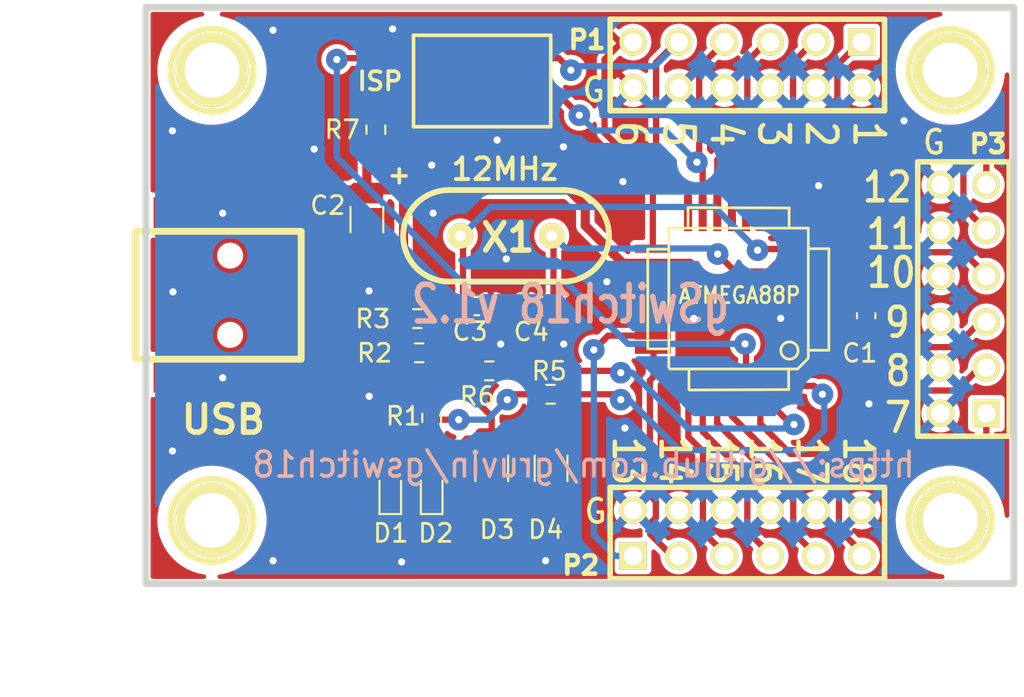
<source format=kicad_pcb>
(kicad_pcb (version 20211014) (generator pcbnew)
  (title_block (title "gswitch18") (date "2022-04-25") (rev "1.2") (company "https://github.com/gruvin/gswitch18"))
  (layers (0 "F.Cu" signal "Front") (31 "B.Cu" signal "Back") (34 "B.Paste" user) (35 "F.Paste" user) (36 "B.SilkS" user "B.Silkscreen") (37 "F.SilkS" user "F.Silkscreen") (38 "B.Mask" user) (39 "F.Mask" user) (44 "Edge.Cuts" user))
  (net 0 "")
  (net 1 "+5V")
  (net 2 "/D+")
  (net 3 "/D-")
  (net 4 "/MISO")
  (net 5 "/MOSI")
  (net 6 "/RESET")
  (net 7 "/SCK")
  (net 8 "/SW01")
  (net 9 "/SW02")
  (net 10 "/SW03")
  (net 11 "/SW07")
  (net 12 "/SW08")
  (net 13 "/SW09")
  (net 14 "/SW10")
  (net 15 "/SW11")
  (net 16 "/SW12")
  (net 17 "/SW13")
  (net 18 "/SW14")
  (net 19 "/SW15")
  (net 20 "/SW16")
  (net 21 "/SW17")
  (net 22 "/SW18")
  (net 23 "GND")
  (net 24 "N-000003")
  (net 25 "N-000008")
  (net 26 "N-000010")
  (net 27 "N-000028")
  (net 28 "N-000029")
  (net 29 "N-000030")
  (footprint "TQFP32" (layer "F.Cu") (at 108.89996 66.99758 180)
    (fp_text reference "IC1" hide)
    (fp_text value "ATMEGA88P" (at -0.06858 0.20828 180) (layer "F.SilkS") (effects (font (size 0.89916 0.8001) (thickness 0.14986))))
    (pad "1" smd rect (at -4.81584 -2.82448 180) (size 1.99898 0.44958) (layers "F.Cu" "F.Paste" "F.Mask") (net 12 "/SW08"))
    (pad "2" smd rect (at -4.81584 -2.02438 180) (size 1.99898 0.44958) (layers "F.Cu" "F.Paste" "F.Mask") (net 13 "/SW09"))
    (pad "3" smd rect (at -4.81584 -1.22428 180) (size 1.99898 0.44958) (layers "F.Cu" "F.Paste" "F.Mask") (net 23 "GND"))
    (pad "4" smd rect (at -4.81584 -0.42418 180) (size 1.99898 0.44958) (layers "F.Cu" "F.Paste" "F.Mask") (net 1 "+5V"))
    (pad "5" smd rect (at -4.81584 0.37592 180) (size 1.99898 0.44958) (layers "F.Cu" "F.Paste" "F.Mask") (net 23 "GND"))
    (pad "6" smd rect (at -4.81584 1.17602 180) (size 1.99898 0.44958) (layers "F.Cu" "F.Paste" "F.Mask") (net 1 "+5V"))
    (pad "7" smd rect (at -4.81584 1.97612 180) (size 1.99898 0.44958) (layers "F.Cu" "F.Paste" "F.Mask") (net 29 "N-000030"))
    (pad "8" smd rect (at -4.81584 2.77622 180) (size 1.99898 0.44958) (layers "F.Cu" "F.Paste" "F.Mask") (net 24 "N-000003"))
    (pad "9" smd rect (at -2.8194 4.7752 180) (size 0.44958 1.99898) (layers "F.Cu" "F.Paste" "F.Mask") (net 14 "/SW10"))
    (pad "10" smd rect (at -2.032 4.7752 180) (size 0.44958 1.99898) (layers "F.Cu" "F.Paste" "F.Mask") (net 15 "/SW11"))
    (pad "11" smd rect (at -1.2192 4.7752 180) (size 0.44958 1.99898) (layers "F.Cu" "F.Paste" "F.Mask") (net 16 "/SW12"))
    (pad "12" smd rect (at -0.4318 4.7752 180) (size 0.44958 1.99898) (layers "F.Cu" "F.Paste" "F.Mask") (net 8 "/SW01"))
    (pad "13" smd rect (at 0.3556 4.7752 180) (size 0.44958 1.99898) (layers "F.Cu" "F.Paste" "F.Mask") (net 9 "/SW02"))
    (pad "14" smd rect (at 1.1684 4.7752 180) (size 0.44958 1.99898) (layers "F.Cu" "F.Paste" "F.Mask") (net 10 "/SW03"))
    (pad "15" smd rect (at 1.9812 4.7752 180) (size 0.44958 1.99898) (layers "F.Cu" "F.Paste" "F.Mask") (net 5 "/MOSI"))
    (pad "16" smd rect (at 2.794 4.7752 180) (size 0.44958 1.99898) (layers "F.Cu" "F.Paste" "F.Mask") (net 4 "/MISO"))
    (pad "17" smd rect (at 4.7498 2.794 180) (size 1.99898 0.44958) (layers "F.Cu" "F.Paste" "F.Mask") (net 7 "/SCK"))
    (pad "18" smd rect (at 4.7498 1.9812 180) (size 1.99898 0.44958) (layers "F.Cu" "F.Paste" "F.Mask") (net 1 "+5V"))
    (pad "19" smd rect (at 4.7498 1.1684 180) (size 1.99898 0.44958) (layers "F.Cu" "F.Paste" "F.Mask"))
    (pad "20" smd rect (at 4.7498 0.381 180) (size 1.99898 0.44958) (layers "F.Cu" "F.Paste" "F.Mask"))
    (pad "21" smd rect (at 4.7498 -0.4318 180) (size 1.99898 0.44958) (layers "F.Cu" "F.Paste" "F.Mask") (net 23 "GND"))
    (pad "22" smd rect (at 4.7498 -1.2192 180) (size 1.99898 0.44958) (layers "F.Cu" "F.Paste" "F.Mask"))
    (pad "23" smd rect (at 4.7498 -2.032 180) (size 1.99898 0.44958) (layers "F.Cu" "F.Paste" "F.Mask") (net 17 "/SW13"))
    (pad "24" smd rect (at 4.7498 -2.8194 180) (size 1.99898 0.44958) (layers "F.Cu" "F.Paste" "F.Mask") (net 18 "/SW14"))
    (pad "25" smd rect (at 2.77368 -4.826 180) (size 0.44958 1.99898) (layers "F.Cu" "F.Paste" "F.Mask") (net 19 "/SW15"))
    (pad "26" smd rect (at 1.97612 -4.826 180) (size 0.44958 1.99898) (layers "F.Cu" "F.Paste" "F.Mask") (net 20 "/SW16"))
    (pad "27" smd rect (at 1.17348 -4.826 180) (size 0.44958 1.99898) (layers "F.Cu" "F.Paste" "F.Mask") (net 21 "/SW17"))
    (pad "28" smd rect (at 0.37592 -4.826 180) (size 0.44958 1.99898) (layers "F.Cu" "F.Paste" "F.Mask") (net 22 "/SW18"))
    (pad "29" smd rect (at -0.42672 -4.826 180) (size 0.44958 1.99898) (layers "F.Cu" "F.Paste" "F.Mask") (net 6 "/RESET"))
    (pad "30" smd rect (at -1.22428 -4.826 180) (size 0.44958 1.99898) (layers "F.Cu" "F.Paste" "F.Mask") (net 11 "/SW07"))
    (pad "31" smd rect (at -2.02692 -4.826 180) (size 0.44958 1.99898) (layers "F.Cu" "F.Paste" "F.Mask") (net 3 "/D-"))
    (pad "32" smd rect (at -2.82448 -4.826 180) (size 0.44958 1.99898) (layers "F.Cu" "F.Paste" "F.Mask") (net 2 "/D+"))
  )
  (footprint "Capacitor_SMD:C_1206_3216Metric" (layer "F.Cu") (at 88.27008 62.58814 -90)
    (fp_text reference "C2" (at -0.78814 2.17008) (layer "F.SilkS"))
    (fp_text value "22u")
    (pad "1" smd roundrect (at -1.475 0 270) (size 1.15 1.8) (layers "F.Cu" "F.Paste" "F.Mask") (roundrect_rratio 0.217391) (net 1 "+5V"))
    (pad "2" smd roundrect (at 1.475 0 270) (size 1.15 1.8) (layers "F.Cu" "F.Paste" "F.Mask") (roundrect_rratio 0.217391) (net 23 "GND"))
  )
  (footprint "Capacitor_SMD:C_0603_1608Metric" (layer "F.Cu") (at 116 67.925 -90)
    (fp_text reference "C1" (at 2.0788 0.3558) (layer "F.SilkS"))
    (fp_text value "0u1")
    (pad "1" smd roundrect (at -0.775 0 270) (size 0.9 0.95) (layers "F.Cu" "F.Paste" "F.Mask") (net 1 "+5V"))
    (pad "2" smd roundrect (at 0.775 0 270) (size 0.9 0.95) (layers "F.Cu" "F.Paste" "F.Mask") (net 23 "GND"))
  )
  (footprint "Capacitor_SMD:C_0603_1608Metric" (layer "F.Cu") (at 94.37116 67.38874)
    (fp_text reference "C3" (at -0.37116 1.41126) (layer "F.SilkS"))
    (fp_text value "18p")
    (pad "1" smd roundrect (at -0.775 0) (size 0.9 0.95) (layers "F.Cu" "F.Paste" "F.Mask") (net 24 "N-000003"))
    (pad "2" smd roundrect (at 0.775 0) (size 0.9 0.95) (layers "F.Cu" "F.Paste" "F.Mask") (net 23 "GND"))
  )
  (footprint "Capacitor_SMD:C_0603_1608Metric" (layer "F.Cu") (at 97.87128 67.38874 180)
    (fp_text reference "C4" (at 0.47128 -1.43 180) (layer "F.SilkS"))
    (fp_text value "18p")
    (pad "1" smd roundrect (at -0.775 0 180) (size 0.9 0.95) (layers "F.Cu" "F.Paste" "F.Mask") (net 29 "N-000030"))
    (pad "2" smd roundrect (at 0.775 0 180) (size 0.9 0.95) (layers "F.Cu" "F.Paste" "F.Mask") (net 23 "GND"))
  )
  (footprint "Diode_SMD:D_SOD-523" (layer "F.Cu") (at 89.57056 77.79004 90)
    (fp_text reference "D1" (at -2.20996 0.02944 180) (layer "F.SilkS"))
    (fp_text value "Sctky")
    (pad "1" smd rect (at -0.7 0 270) (size 0.6 0.7) (layers "F.Cu" "F.Paste" "F.Mask") (net 23 "GND"))
    (pad "2" smd rect (at 0.7 0 270) (size 0.6 0.7) (layers "F.Cu" "F.Paste" "F.Mask") (net 25 "N-000008"))
  )
  (footprint "Diode_SMD:D_SOD-523" (layer "F.Cu") (at 91.86926 77.79004 90)
    (fp_text reference "D2" (at -2.20996 0.23074 180) (layer "F.SilkS"))
    (fp_text value "Sctky")
    (pad "1" smd rect (at -0.7 0 270) (size 0.6 0.7) (layers "F.Cu" "F.Paste" "F.Mask") (net 23 "GND"))
    (pad "2" smd rect (at 0.7 0 270) (size 0.6 0.7) (layers "F.Cu" "F.Paste" "F.Mask") (net 28 "N-000029"))
  )
  (footprint "Resistor_SMD:R_0603_1608Metric" (layer "F.Cu") (at 88.77046 57.58942 90)
    (fp_text reference "R7" (at 0 -1.87046 180) (layer "F.SilkS"))
    (fp_text value "5K6")
    (pad "1" smd roundrect (at -0.825 0 90) (size 0.8 0.95) (layers "F.Cu" "F.Paste" "F.Mask") (net 1 "+5V"))
    (pad "2" smd roundrect (at 0.825 0 90) (size 0.8 0.95) (layers "F.Cu" "F.Paste" "F.Mask") (net 6 "/RESET"))
  )
  (footprint "Resistor_SMD:R_0603_1608Metric" (layer "F.Cu") (at 95.06966 70.98792 180)
    (fp_text reference "R6" (at 0.66966 -1.41208 180) (layer "F.SilkS"))
    (fp_text value "47R")
    (pad "1" smd roundrect (at -0.825 0 180) (size 0.8 0.95) (layers "F.Cu" "F.Paste" "F.Mask") (net 3 "/D-"))
    (pad "2" smd roundrect (at 0.825 0 180) (size 0.8 0.95) (layers "F.Cu" "F.Paste" "F.Mask") (net 28 "N-000029"))
  )
  (footprint "Resistor_SMD:R_0603_1608Metric" (layer "F.Cu") (at 98.47072 72.2884 180)
    (fp_text reference "R5" (at 0.07072 1.2884 180) (layer "F.SilkS"))
    (fp_text value "47R")
    (pad "1" smd roundrect (at -0.825 0 180) (size 0.8 0.95) (layers "F.Cu" "F.Paste" "F.Mask") (net 2 "/D+"))
    (pad "2" smd roundrect (at 0.825 0 180) (size 0.8 0.95) (layers "F.Cu" "F.Paste" "F.Mask") (net 25 "N-000008"))
  )
  (footprint "Resistor_SMD:R_0603_1608Metric" (layer "F.Cu") (at 91.06916 68.08724)
    (fp_text reference "R3" (at -2.46916 0.01276) (layer "F.SilkS"))
    (fp_text value "3K9")
    (pad "1" smd roundrect (at -0.825 0) (size 0.8 0.95) (layers "F.Cu" "F.Paste" "F.Mask") (net 1 "+5V"))
    (pad "2" smd roundrect (at 0.825 0) (size 0.8 0.95) (layers "F.Cu" "F.Paste" "F.Mask") (net 28 "N-000029"))
  )
  (footprint "Resistor_SMD:R_0603_1608Metric" (layer "F.Cu") (at 91.86926 73.58888 90)
    (fp_text reference "R1" (at 0.08888 -1.56926 180) (layer "F.SilkS"))
    (fp_text value "27R")
    (pad "1" smd roundrect (at -0.825 0 90) (size 0.8 0.95) (layers "F.Cu" "F.Paste" "F.Mask") (net 25 "N-000008"))
    (pad "2" smd roundrect (at 0.825 0 90) (size 0.8 0.95) (layers "F.Cu" "F.Paste" "F.Mask") (net 26 "N-000010"))
  )
  (footprint "Resistor_SMD:R_0603_1608Metric" (layer "F.Cu") (at 91.17076 69.98716 180)
    (fp_text reference "R2" (at 2.47076 -0.01284 180) (layer "F.SilkS"))
    (fp_text value "27R")
    (pad "1" smd roundrect (at -0.825 0 180) (size 0.8 0.95) (layers "F.Cu" "F.Paste" "F.Mask") (net 28 "N-000029"))
    (pad "2" smd roundrect (at 0.825 0 180) (size 0.8 0.95) (layers "F.Cu" "F.Paste" "F.Mask") (net 27 "N-000028"))
  )
  (footprint "pin_array_6x2" (layer "F.Cu") (at 121.40184 66.99758 90)
    (fp_text reference "P3" (at 8.60806 1.36652 180) (layer "F.SilkS") (effects (font (size 1.016 1.016) (thickness 0.254))))
    (fp_text value "CONN_6X2" hide)
    (pad "1" thru_hole rect (at -6.35 1.27 90) (size 1.524 1.524) (drill 1.016) (layers *.Cu *.Mask "F.SilkS") (net 11 "/SW07"))
    (pad "2" thru_hole circle (at -6.35 -1.27 90) (size 1.524 1.524) (drill 1.016) (layers *.Cu *.Mask "F.SilkS") (net 23 "GND"))
    (pad "3" thru_hole circle (at -3.81 1.27 90) (size 1.524 1.524) (drill 1.016) (layers *.Cu *.Mask "F.SilkS") (net 12 "/SW08"))
    (pad "4" thru_hole circle (at -3.81 -1.27 90) (size 1.524 1.524) (drill 1.016) (layers *.Cu *.Mask "F.SilkS") (net 23 "GND"))
    (pad "5" thru_hole circle (at -1.27 1.27 90) (size 1.524 1.524) (drill 1.016) (layers *.Cu *.Mask "F.SilkS") (net 13 "/SW09"))
    (pad "6" thru_hole circle (at -1.27 -1.27 90) (size 1.524 1.524) (drill 1.016) (layers *.Cu *.Mask "F.SilkS") (net 23 "GND"))
    (pad "7" thru_hole circle (at 1.27 1.27 90) (size 1.524 1.524) (drill 1.016) (layers *.Cu *.Mask "F.SilkS") (net 14 "/SW10"))
    (pad "8" thru_hole circle (at 1.27 -1.27 90) (size 1.524 1.524) (drill 1.016) (layers *.Cu *.Mask "F.SilkS") (net 23 "GND"))
    (pad "9" thru_hole circle (at 3.81 1.27 90) (size 1.524 1.524) (drill 1.016) (layers *.Cu *.Mask "F.SilkS") (net 15 "/SW11"))
    (pad "10" thru_hole circle (at 3.81 -1.27 90) (size 1.524 1.524) (drill 1.016) (layers *.Cu *.Mask "F.SilkS") (net 23 "GND"))
    (pad "11" thru_hole circle (at 6.35 1.27 90) (size 1.524 1.524) (drill 1.016) (layers *.Cu *.Mask "F.SilkS") (net 16 "/SW12"))
    (pad "12" thru_hole circle (at 6.35 -1.27 90) (size 1.524 1.524) (drill 1.016) (layers *.Cu *.Mask "F.SilkS") (net 23 "GND"))
  )
  (footprint "pin_array_6x2" (layer "F.Cu") (at 109.40034 79.9973)
    (fp_text reference "P2" (at -9.24814 1.79324) (layer "F.SilkS") (effects (font (size 1.016 1.016) (thickness 0.254))))
    (fp_text value "CONN_6X2" hide)
    (pad "1" thru_hole rect (at -6.35 1.27) (size 1.524 1.524) (drill 1.016) (layers *.Cu *.Mask "F.SilkS") (net 17 "/SW13"))
    (pad "2" thru_hole circle (at -6.35 -1.27) (size 1.524 1.524) (drill 1.016) (layers *.Cu *.Mask "F.SilkS") (net 23 "GND"))
    (pad "3" thru_hole circle (at -3.81 1.27) (size 1.524 1.524) (drill 1.016) (layers *.Cu *.Mask "F.SilkS") (net 18 "/SW14"))
    (pad "4" thru_hole circle (at -3.81 -1.27) (size 1.524 1.524) (drill 1.016) (layers *.Cu *.Mask "F.SilkS") (net 23 "GND"))
    (pad "5" thru_hole circle (at -1.27 1.27) (size 1.524 1.524) (drill 1.016) (layers *.Cu *.Mask "F.SilkS") (net 19 "/SW15"))
    (pad "6" thru_hole circle (at -1.27 -1.27) (size 1.524 1.524) (drill 1.016) (layers *.Cu *.Mask "F.SilkS") (net 23 "GND"))
    (pad "7" thru_hole circle (at 1.27 1.27) (size 1.524 1.524) (drill 1.016) (layers *.Cu *.Mask "F.SilkS") (net 20 "/SW16"))
    (pad "8" thru_hole circle (at 1.27 -1.27) (size 1.524 1.524) (drill 1.016) (layers *.Cu *.Mask "F.SilkS") (net 23 "GND"))
    (pad "9" thru_hole circle (at 3.81 1.27) (size 1.524 1.524) (drill 1.016) (layers *.Cu *.Mask "F.SilkS") (net 21 "/SW17"))
    (pad "10" thru_hole circle (at 3.81 -1.27) (size 1.524 1.524) (drill 1.016) (layers *.Cu *.Mask "F.SilkS") (net 23 "GND"))
    (pad "11" thru_hole circle (at 6.35 1.27) (size 1.524 1.524) (drill 1.016) (layers *.Cu *.Mask "F.SilkS") (net 22 "/SW18"))
    (pad "12" thru_hole circle (at 6.35 -1.27) (size 1.524 1.524) (drill 1.016) (layers *.Cu *.Mask "F.SilkS") (net 23 "GND"))
  )
  (footprint "pin_array_6x2" (layer "F.Cu") (at 109.40034 53.99786 180)
    (fp_text reference "P1" (at 8.90034 1.39786 180) (layer "F.SilkS") (effects (font (size 1.016 1.016) (thickness 0.254))))
    (fp_text value "CONN_6X2" hide)
    (pad "1" thru_hole rect (at -6.35 1.27 180) (size 1.524 1.524) (drill 1.016) (layers *.Cu *.Mask "F.SilkS") (net 8 "/SW01"))
    (pad "2" thru_hole circle (at -6.35 -1.27 180) (size 1.524 1.524) (drill 1.016) (layers *.Cu *.Mask "F.SilkS") (net 23 "GND"))
    (pad "3" thru_hole circle (at -3.81 1.27 180) (size 1.524 1.524) (drill 1.016) (layers *.Cu *.Mask "F.SilkS") (net 9 "/SW02"))
    (pad "4" thru_hole circle (at -3.81 -1.27 180) (size 1.524 1.524) (drill 1.016) (layers *.Cu *.Mask "F.SilkS") (net 23 "GND"))
    (pad "5" thru_hole circle (at -1.27 1.27 180) (size 1.524 1.524) (drill 1.016) (layers *.Cu *.Mask "F.SilkS") (net 10 "/SW03"))
    (pad "6" thru_hole circle (at -1.27 -1.27 180) (size 1.524 1.524) (drill 1.016) (layers *.Cu *.Mask "F.SilkS") (net 23 "GND"))
    (pad "7" thru_hole circle (at 1.27 1.27 180) (size 1.524 1.524) (drill 1.016) (layers *.Cu *.Mask "F.SilkS") (net 5 "/MOSI"))
    (pad "8" thru_hole circle (at 1.27 -1.27 180) (size 1.524 1.524) (drill 1.016) (layers *.Cu *.Mask "F.SilkS") (net 23 "GND"))
    (pad "9" thru_hole circle (at 3.81 1.27 180) (size 1.524 1.524) (drill 1.016) (layers *.Cu *.Mask "F.SilkS") (net 4 "/MISO"))
    (pad "10" thru_hole circle (at 3.81 -1.27 180) (size 1.524 1.524) (drill 1.016) (layers *.Cu *.Mask "F.SilkS") (net 23 "GND"))
    (pad "11" thru_hole circle (at 6.35 1.27 180) (size 1.524 1.524) (drill 1.016) (layers *.Cu *.Mask "F.SilkS") (net 7 "/SCK"))
    (pad "12" thru_hole circle (at 6.35 -1.27 180) (size 1.524 1.524) (drill 1.016) (layers *.Cu *.Mask "F.SilkS") (net 23 "GND"))
  )
  (footprint "pin_array_3x2" (layer "F.Cu") (at 94.67088 54.8894 180)
    (fp_text reference "P5" hide)
    (fp_text value "ISP" (at 5.67088 -0.0106) (layer "F.SilkS") (effects (font (size 1.016 1.016) (thickness 0.2032))))
    (pad "1" smd rect (at -2.54 1.27 180) (size 1.524 1.524) (layers "F.Cu" "F.Paste" "F.Mask") (net 4 "/MISO"))
    (pad "2" smd circle (at -2.54 -1.27 180) (size 1.524 1.524) (layers "F.Cu" "F.Paste" "F.Mask") (net 1 "+5V"))
    (pad "3" smd circle (at 0 1.27 180) (size 1.524 1.524) (layers "F.Cu" "F.Paste" "F.Mask") (net 7 "/SCK"))
    (pad "4" smd circle (at 0 -1.27 180) (size 1.524 1.524) (layers "F.Cu" "F.Paste" "F.Mask") (net 5 "/MOSI"))
    (pad "5" smd circle (at 2.54 1.27 180) (size 1.524 1.524) (layers "F.Cu" "F.Paste" "F.Mask") (net 6 "/RESET"))
    (pad "6" smd circle (at 2.54 -1.27 180) (size 1.524 1.524) (layers "F.Cu" "F.Paste" "F.Mask") (net 23 "GND"))
  )
  (footprint "HC-49V" (layer "F.Cu") (at 96 63.4873)
    (fp_text reference "X1" (at 0.09906 0.1016) (layer "F.SilkS") (effects (font (size 1.524 1.524) (thickness 0.3048))))
    (fp_text value "12MHz" (at -0.07042 -3.69824) (layer "F.SilkS") (effects (font (size 1.2 1.2) (thickness 0.22098))))
    (pad "1" thru_hole circle (at -2.54 0) (size 1.4224 1.4224) (drill 0.6) (layers *.Cu *.Mask "F.SilkS") (net 24 "N-000003"))
    (pad "2" thru_hole circle (at 2.54 0) (size 1.4224 1.4224) (drill 0.6) (layers *.Cu *.Mask "F.SilkS") (net 29 "N-000030"))
  )
  (footprint "Capacitor_SMD:C_1206_3216Metric_Pad1.33x1.80mm_HandSolder" (layer "F.Cu") (at 95.20174 76.40066 90)
    (fp_text reference "D3" (at -3.39934 0.29826 180) (layer "F.SilkS"))
    (fp_text value "3.6v_Zen")
    (pad "1" smd roundrect (at -1.5625 0 90) (size 1.325 1.8) (layers "F.Cu" "F.Paste" "F.Mask") (roundrect_rratio 0.188679) (net 23 "GND"))
    (pad "2" smd roundrect (at 1.5625 0 90) (size 1.325 1.8) (layers "F.Cu" "F.Paste" "F.Mask") (roundrect_rratio 0.188679) (net 28 "N-000029"))
  )
  (footprint "Capacitor_SMD:C_1206_3216Metric_Pad1.33x1.80mm_HandSolder" (layer "F.Cu") (at 98.5012 76.40066 90)
    (fp_text reference "D4" (at -3.39934 -0.3012 180) (layer "F.SilkS"))
    (fp_text value "3.6v_Zen")
    (pad "1" smd roundrect (at -1.5625 0 90) (size 1.325 1.8) (layers "F.Cu" "F.Paste" "F.Mask") (roundrect_rratio 0.188679) (net 23 "GND"))
    (pad "2" smd roundrect (at 1.5625 0 90) (size 1.325 1.8) (layers "F.Cu" "F.Paste" "F.Mask") (roundrect_rratio 0.188679) (net 25 "N-000008"))
  )
  (footprint "1H6x4" (layer "F.Cu") (at 120.67032 79.28864)
    (fp_text reference "1H6x4" hide)
    (fp_text value "P***" hide)
    (pad "" thru_hole circle (at 0 0) (size 4.064 4.064) (drill 3.048) (layers *.Cu *.Mask "F.SilkS") (clearance 1.00076))
  )
  (footprint "1H6x4" (layer "F.Cu") (at 79.66964 54.28996)
    (fp_text reference "1H6x4" hide)
    (fp_text value "P***" hide)
    (pad "" thru_hole circle (at 0 0) (size 4.064 4.064) (drill 3.048) (layers *.Cu *.Mask "F.SilkS") (clearance 1.00076))
  )
  (footprint "1H6x4" (layer "F.Cu") (at 120.67032 54.28996)
    (fp_text reference "1H6x4" hide)
    (fp_text value "P***" hide)
    (pad "" thru_hole circle (at 0 0) (size 4.064 4.064) (drill 3.048) (layers *.Cu *.Mask "F.SilkS") (clearance 1.00076))
  )
  (footprint "1H6x4" (layer "F.Cu") (at 79.66964 79.28864)
    (fp_text reference "1H6x4" hide)
    (fp_text value "P***" hide)
    (pad "" thru_hole circle (at 0 0) (size 4.064 4.064) (drill 3.048) (layers *.Cu *.Mask "F.SilkS") (clearance 1.00076))
  )
  (footprint "USB-B_mini" (layer "F.Cu") (at 80.67294 66.7893 -90)
    (fp_text reference "P4" hide)
    (fp_text value "USB" (at 6.9107 0.37294) (layer "F.SilkS") (effects (font (size 1.524 1.524) (thickness 0.3048))))
    (pad "" smd rect (at -4.45008 -2.49936 270) (size 1.99898 2.49936) (layers "F.Cu" "F.Paste" "F.Mask"))
    (pad "" smd rect (at 4.39928 2.99974 270) (size 1.99898 2.49936) (layers "F.Cu" "F.Paste" "F.Mask"))
    (pad "" smd rect (at 4.45008 -2.49936 270) (size 1.99898 2.49936) (layers "F.Cu" "F.Paste" "F.Mask"))
    (pad "" thru_hole circle (at -2.19964 0 270) (size 0.89916 0.89916) (drill 0.89916) (layers *.Cu *.Mask "F.SilkS"))
    (pad "" smd rect (at -4.45008 2.99974 270) (size 1.99898 2.49936) (layers "F.Cu" "F.Paste" "F.Mask"))
    (pad "" thru_hole circle (at 2.19964 0 270) (size 0.89916 0.89916) (drill 0.89916) (layers *.Cu *.Mask "F.SilkS"))
    (pad "1" smd rect (at -1.6002 -2.49936 270) (size 0.50038 2.30124) (layers "F.Cu" "F.Paste" "F.Mask") (net 1 "+5V"))
    (pad "2" smd rect (at -0.8001 -2.49936 270) (size 0.50038 2.30124) (layers "F.Cu" "F.Paste" "F.Mask") (net 27 "N-000028"))
    (pad "3" smd rect (at 0 -2.49936 270) (size 0.50038 2.30124) (layers "F.Cu" "F.Paste" "F.Mask") (net 26 "N-000010"))
    (pad "4" smd rect (at 0.8001 -2.49936 270) (size 0.50038 2.30124) (layers "F.Cu" "F.Paste" "F.Mask"))
    (pad "5" smd rect (at 1.6002 -2.49936 270) (size 0.50038 2.30124) (layers "F.Cu" "F.Paste" "F.Mask") (net 23 "GND"))
  )
  (gr_line (start 124.2 50.8) (end 76 50.8) (layer "Edge.Cuts") (width 0.381))
  (gr_line (start 124.2 82.8) (end 124.2 50.8) (layer "Edge.Cuts") (width 0.381))
  (gr_line (start 76 50.8) (end 76 82.8) (layer "Edge.Cuts") (width 0.381))
  (gr_line (start 76 82.8) (end 124.2 82.8) (layer "Edge.Cuts") (width 0.381))
  (gr_text "gSwitch18 v1.2" (at 99.57054 67.28968) (layer "B.SilkS") (effects (font (size 2.032 1.524) (thickness 0.3048)) (justify mirror)))
  (gr_text "https://github.com/gruvin/gswitch18" (at 100.3 76.2) (layer "B.SilkS") (effects (font (size 1.37922 1.28016) (thickness 0.20066)) (justify mirror)))
  (gr_text "7" (at 117.76964 73.58888) (layer "F.SilkS") (effects (font (size 1.6002 1.524) (thickness 0.24892))))
  (gr_text "11" (at 117.36832 63.39078) (layer "F.SilkS") (effects (font (size 1.6002 1.39954) (thickness 0.24892))))
  (gr_text "+" (at 90.0684 60.08878) (layer "F.SilkS") (effects (font (size 1.00076 1.00076) (thickness 0.20066))))
  (gr_text "G" (at 119.76862 58.293) (layer "F.SilkS") (effects (font (size 1.30048 1.19888) (thickness 0.20066))))
  (gr_text "16" (at 110.37062 75.98918 270) (layer "F.SilkS") (effects (font (size 1.6002 1.39954) (thickness 0.24892))))
  (gr_text "13" (at 102.7684 75.98918 270) (layer "F.SilkS") (effects (font (size 1.6002 1.39954) (thickness 0.24892))))
  (gr_text "G" (at 100.86848 55.38978) (layer "F.SilkS") (effects (font (size 1.30048 1.19888) (thickness 0.20066))))
  (gr_text "14" (at 105.36936 75.98918 270) (layer "F.SilkS") (effects (font (size 1.6002 1.39954) (thickness 0.24892))))
  (gr_text "G" (at 100.97008 78.7908) (layer "F.SilkS") (effects (font (size 1.30048 1.19888) (thickness 0.20066))))
  (gr_text "9" (at 117.729 68.3006) (layer "F.SilkS") (effects (font (size 1.6002 1.39954) (thickness 0.24892))))
  (gr_text "1\n2\n3\n4\n5\n6" (at 109.5502 57.8358 270) (layer "F.SilkS") (effects (font (size 1.64084 1.50114) (thickness 0.24892))))
  (gr_text "17" (at 112.96904 75.98918 270) (layer "F.SilkS") (effects (font (size 1.6002 1.39954) (thickness 0.24892))))
  (gr_text "18" (at 115.57 75.98918 270) (layer "F.SilkS") (effects (font (size 1.6002 1.39954) (thickness 0.24892))))
  (gr_text "15" (at 107.97032 75.98918 270) (layer "F.SilkS") (effects (font (size 1.6002 1.39954) (thickness 0.24892))))
  (gr_text "12" (at 117.1702 60.78982) (layer "F.SilkS") (effects (font (size 1.6002 1.39954) (thickness 0.24892))))
  (gr_text "10" (at 117.3988 65.532) (layer "F.SilkS") (effects (font (size 1.6002 1.39954) (thickness 0.24892))))
  (gr_text "8" (at 117.76964 70.99046) (layer "F.SilkS") (effects (font (size 1.6002 1.39954) (thickness 0.24892))))
  (segment (start 102.49138 65.01638) (end 100.4 62.925) (width 0.508) (layer "F.Cu") (net 1))
  (segment (start 100.4 62.925) (end 100.4 61.85) (width 0.508) (layer "F.Cu") (net 1))
  (segment (start 100.4 61.85) (end 99.48714 60.93714) (width 0.508) (layer "F.Cu") (net 1))
  (segment (start 99.48714 60.93714) (end 96.53786 60.93714) (width 0.508) (layer "F.Cu") (net 1))
  (segment (start 97.21088 60.26412) (end 96.53786 60.93714) (width 0.508) (layer "F.Cu") (net 1))
  (segment (start 96.53786 60.93714) (end 88.27008 60.93714) (width 0.508) (layer "F.Cu") (net 1))
  (segment (start 111.47044 65.82156) (end 110.998 66.294) (width 0.508) (layer "F.Cu") (net 1))
  (segment (start 88.27008 60.93714) (end 88.27008 58.8518) (width 0.508) (layer "F.Cu") (net 1))
  (segment (start 116 67.15) (end 116 66.774558) (width 0.508) (layer "F.Cu") (net 1))
  (segment (start 115.047002 65.82156) (end 113.7158 65.82156) (width 0.508) (layer "F.Cu") (net 1))
  (segment (start 86.26856 61.79058) (end 87.122 60.93714) (width 0.508) (layer "F.Cu") (net 1))
  (segment (start 107.494055 66.294) (end 106.216435 65.01638) (width 0.508) (layer "F.Cu") (net 1))
  (segment (start 113.7158 67.42176) (end 115.72824 67.42176) (width 0.508) (layer "F.Cu") (net 1))
  (segment (start 104.15016 65.01638) (end 102.49138 65.01638) (width 0.508) (layer "F.Cu") (net 1))
  (segment (start 84.6709 65.1891) (end 86.26856 63.59144) (width 0.508) (layer "F.Cu") (net 1))
  (segment (start 88.27008 58.8518) (end 88.77046 58.35142) (width 0.508) (layer "F.Cu") (net 1))
  (segment (start 116 66.774558) (end 115.047002 65.82156) (width 0.508) (layer "F.Cu") (net 1))
  (segment (start 86.26856 63.59144) (end 86.26856 61.79058) (width 0.508) (layer "F.Cu") (net 1))
  (segment (start 90.30716 68.08724) (end 90.30716 61.42736) (width 0.508) (layer "F.Cu") (net 1))
  (segment (start 110.998 66.294) (end 107.494055 66.294) (width 0.508) (layer "F.Cu") (net 1))
  (segment (start 89.81694 60.93714) (end 88.27008 60.93714) (width 0.508) (layer "F.Cu") (net 1))
  (segment (start 113.7158 65.82156) (end 111.47044 65.82156) (width 0.508) (layer "F.Cu") (net 1))
  (segment (start 87.122 60.93714) (end 88.27008 60.93714) (width 0.508) (layer "F.Cu") (net 1))
  (segment (start 106.216435 65.01638) (end 104.15016 65.01638) (width 0.508) (layer "F.Cu") (net 1))
  (segment (start 90.30716 61.42736) (end 89.81694 60.93714) (width 0.508) (layer "F.Cu") (net 1))
  (segment (start 83.06816 65.1891) (end 84.6709 65.1891) (width 0.508) (layer "F.Cu") (net 1))
  (segment (start 115.72824 67.42176) (end 116 67.15) (width 0.508) (layer "F.Cu") (net 1))
  (segment (start 97.21088 56.1594) (end 97.21088 60.26412) (width 0.508) (layer "F.Cu") (net 1))
  (segment (start 102.36962 72.58812) (end 102.0699 72.2884) (width 0.35) (layer "F.Cu") (net 2))
  (segment (start 113.1062 71.82358) (end 113.57102 72.2884) (width 0.35) (layer "F.Cu") (net 2))
  (segment (start 111.72444 71.82358) (end 113.1062 71.82358) (width 0.35) (layer "F.Cu") (net 2))
  (segment (start 102.0699 72.2884) (end 99.23272 72.2884) (width 0.35) (layer "F.Cu") (net 2))
  (via (at 113.57102 72.2884) (size 1.2) (drill 0.4) (layers "F.Cu" "B.Cu") (net 2))
  (via (at 102.36962 72.58812) (size 1.2) (drill 0.4) (layers "F.Cu" "B.Cu") (net 2))
  (segment (start 113.67008 74.28992) (end 112.5728 75.3872) (width 0.35) (layer "B.Cu") (net 2))
  (segment (start 105.6132 75.3872) (end 102.81412 72.58812) (width 0.35) (layer "B.Cu") (net 2))
  (segment (start 112.5728 75.3872) (end 105.6132 75.3872) (width 0.35) (layer "B.Cu") (net 2))
  (segment (start 113.57102 72.2884) (end 113.67008 72.38746) (width 0.35) (layer "B.Cu") (net 2))
  (segment (start 102.81412 72.58812) (end 102.36962 72.58812) (width 0.35) (layer "B.Cu") (net 2))
  (segment (start 113.67008 72.38746) (end 113.67008 74.28992) (width 0.35) (layer "B.Cu") (net 2))
  (segment (start 110.92688 73.05188) (end 112.075 74.2) (width 0.35) (layer "F.Cu") (net 3))
  (segment (start 110.92688 71.82358) (end 110.92688 73.05188) (width 0.35) (layer "F.Cu") (net 3))
  (segment (start 102.26802 70.98792) (end 95.83166 70.98792) (width 0.35) (layer "F.Cu") (net 3))
  (segment (start 102.36962 71.08952) (end 102.26802 70.98792) (width 0.35) (layer "F.Cu") (net 3))
  (via (at 111.9886 73.9648) (size 1.2) (drill 0.4) (layers "F.Cu" "B.Cu") (net 3))
  (via (at 102.36962 71.08952) (size 1.2) (drill 0.4) (layers "F.Cu" "B.Cu") (net 3))
  (segment (start 106.11612 74.18832) (end 103.01732 71.08952) (width 0.35) (layer "B.Cu") (net 3))
  (segment (start 103.01732 71.08952) (end 102.36962 71.08952) (width 0.35) (layer "B.Cu") (net 3))
  (segment (start 111.9886 73.9648) (end 111.76508 74.18832) (width 0.35) (layer "B.Cu") (net 3))
  (segment (start 111.76508 74.18832) (end 106.11612 74.18832) (width 0.35) (layer "B.Cu") (net 3))
  (segment (start 104.33002 59.13002) (end 106.10596 60.90596) (width 0.35) (layer "F.Cu") (net 4))
  (segment (start 106.10596 60.90596) (end 106.10596 62.22238) (width 0.35) (layer "F.Cu") (net 4))
  (segment (start 98.92944 53.6194) (end 97.21088 53.6194) (width 0.35) (layer "F.Cu") (net 4))
  (segment (start 105.47096 52.72786) (end 104.33002 53.8688) (width 0.35) (layer "F.Cu") (net 4))
  (segment (start 105.59034 52.72786) (end 105.47096 52.72786) (width 0.35) (layer "F.Cu") (net 4))
  (segment (start 99.6 54.28996) (end 98.92944 53.6194) (width 0.35) (layer "F.Cu") (net 4))
  (segment (start 104.33002 53.8688) (end 104.33002 59.13002) (width 0.35) (layer "F.Cu") (net 4))
  (via (at 99.6 54.28996) (size 1.2) (drill 0.4) (layers "F.Cu" "B.Cu") (net 4))
  (segment (start 99.6 54.28996) (end 99.82098 54.06898) (width 0.35) (layer "B.Cu") (net 4))
  (segment (start 104.24922 54.06898) (end 105.59034 52.72786) (width 0.35) (layer "B.Cu") (net 4))
  (segment (start 99.82098 54.06898) (end 104.24922 54.06898) (width 0.35) (layer "B.Cu") (net 4))
  (segment (start 106.726851 54.131349) (end 108.13034 52.72786) (width 0.35) (layer "F.Cu") (net 5))
  (segment (start 98.16846 54.8894) (end 95.94088 54.8894) (width 0.35) (layer "F.Cu") (net 5))
  (segment (start 100.06838 56.78932) (end 98.16846 54.8894) (width 0.35) (layer "F.Cu") (net 5))
  (segment (start 95.94088 54.8894) (end 94.67088 56.1594) (width 0.35) (layer "F.Cu") (net 5))
  (segment (start 106.6 59.4) (end 106.91876 59.71876) (width 0.35) (layer "F.Cu") (net 5))
  (segment (start 106.726851 59.273149) (end 106.726851 54.131349) (width 0.35) (layer "F.Cu") (net 5))
  (segment (start 106.6 59.4) (end 106.726851 59.273149) (width 0.35) (layer "F.Cu") (net 5))
  (segment (start 106.91876 59.71876) (end 106.91876 62.22238) (width 0.35) (layer "F.Cu") (net 5))
  (via (at 100.06838 56.78932) (size 1.2) (drill 0.4) (layers "F.Cu" "B.Cu") (net 5))
  (via (at 106.6 59.4) (size 1.2) (drill 0.4) (layers "F.Cu" "B.Cu") (net 5))
  (segment (start 104.84022 57.64022) (end 100.91928 57.64022) (width 0.35) (layer "B.Cu") (net 5))
  (segment (start 106.6 59.4) (end 104.84022 57.64022) (width 0.35) (layer "B.Cu") (net 5))
  (segment (start 100.91928 57.64022) (end 100.06838 56.78932) (width 0.35) (layer "B.Cu") (net 5))
  (segment (start 86.6 53.7) (end 86.6806 53.6194) (width 0.35) (layer "F.Cu") (net 6))
  (segment (start 86.6806 53.6194) (end 92.13088 53.6194) (width 0.35) (layer "F.Cu") (net 6))
  (segment (start 90.43924 53.6194) (end 92.13088 53.6194) (width 0.35) (layer "F.Cu") (net 6))
  (segment (start 88.77046 55.28818) (end 90.43924 53.6194) (width 0.35) (layer "F.Cu") (net 6))
  (segment (start 109.32668 69.5452) (end 109.2708 69.48932) (width 0.35) (layer "F.Cu") (net 6))
  (segment (start 109.32668 71.82358) (end 109.32668 69.5452) (width 0.35) (layer "F.Cu") (net 6))
  (segment (start 88.77046 56.82742) (end 88.77046 55.28818) (width 0.35) (layer "F.Cu") (net 6))
  (via (at 86.6 53.7) (size 1.2) (drill 0.4) (layers "F.Cu" "B.Cu") (net 6))
  (via (at 109.2708 69.48932) (size 1.2) (drill 0.4) (layers "F.Cu" "B.Cu") (net 6))
  (segment (start 93.52026 66.04) (end 99.314 66.04) (width 0.35) (layer "B.Cu") (net 6))
  (segment (start 86.6 53.7) (end 86.6 59.11974) (width 0.35) (layer "B.Cu") (net 6))
  (segment (start 99.314 66.04) (end 102.76332 69.48932) (width 0.35) (layer "B.Cu") (net 6))
  (segment (start 86.6 59.11974) (end 93.52026 66.04) (width 0.35) (layer "B.Cu") (net 6))
  (segment (start 102.76332 69.48932) (end 109.2708 69.48932) (width 0.35) (layer "B.Cu") (net 6))
  (segment (start 102.43058 52.72786) (end 101.47046 53.68798) (width 0.35) (layer "F.Cu") (net 7))
  (segment (start 103.05034 52.72786) (end 102.67188 52.72786) (width 0.35) (layer "F.Cu") (net 7))
  (segment (start 104.15016 60.45016) (end 104.15016 64.20358) (width 0.35) (layer "F.Cu") (net 7))
  (segment (start 101.47046 57.77046) (end 104.15016 60.45016) (width 0.35) (layer "F.Cu") (net 7))
  (segment (start 95.6691 51.88966) (end 94.67088 52.88788) (width 0.35) (layer "F.Cu") (net 7))
  (segment (start 94.67088 52.88788) (end 94.67088 53.6194) (width 0.35) (layer "F.Cu") (net 7))
  (segment (start 101.47046 53.68798) (end 101.47046 57.77046) (width 0.35) (layer "F.Cu") (net 7))
  (segment (start 103.05034 52.72786) (end 102.30866 52.72786) (width 0.35) (layer "F.Cu") (net 7))
  (segment (start 103.05034 52.72786) (end 102.43058 52.72786) (width 0.35) (layer "F.Cu") (net 7))
  (segment (start 102.30866 52.72786) (end 101.47046 51.88966) (width 0.35) (layer "F.Cu") (net 7))
  (segment (start 101.47046 51.88966) (end 95.6691 51.88966) (width 0.35) (layer "F.Cu") (net 7))
  (segment (start 111.99022 57.5) (end 109.33176 60.15846) (width 0.35) (layer "F.Cu") (net 8))
  (segment (start 115.75034 52.72786) (end 115.6716 52.72786) (width 0.35) (layer "F.Cu") (net 8))
  (segment (start 112.8 57.5) (end 111.99022 57.5) (width 0.35) (layer "F.Cu") (net 8))
  (segment (start 114.4 55.9) (end 112.8 57.5) (width 0.35) (layer "F.Cu") (net 8))
  (segment (start 115.6716 52.72786) (end 114.4 53.99946) (width 0.35) (layer "F.Cu") (net 8))
  (segment (start 114.4 53.99946) (end 114.4 55.9) (width 0.35) (layer "F.Cu") (net 8))
  (segment locked (start 109.33176 60.15846) (end 109.33176 62.22238) (width 0.35) (layer "F.Cu") (net 8))
  (segment (start 111.94 53.8585) (end 111.94 56.3604) (width 0.35) (layer "F.Cu") (net 9))
  (segment (start 113.07064 52.72786) (end 111.94 53.8585) (width 0.35) (layer "F.Cu") (net 9))
  (segment (start 108.54436 59.75604) (end 108.54436 62.22238) (width 0.35) (layer "F.Cu") (net 9))
  (segment (start 113.21034 52.72786) (end 113.07064 52.72786) (width 0.35) (layer "F.Cu") (net 9))
  (segment (start 111.94 56.3604) (end 108.54436 59.75604) (width 0.35) (layer "F.Cu") (net 9))
  (segment (start 109.40034 57.59966) (end 107.73156 59.26844) (width 0.35) (layer "F.Cu") (net 10))
  (segment (start 110.47222 52.72786) (end 109.40034 53.79974) (width 0.35) (layer "F.Cu") (net 10))
  (segment (start 110.67034 52.72786) (end 110.47222 52.72786) (width 0.35) (layer "F.Cu") (net 10))
  (segment (start 109.40034 53.79974) (end 109.40034 57.59966) (width 0.35) (layer "F.Cu") (net 10))
  (segment (start 107.73156 59.26844) (end 107.73156 62.22238) (width 0.35) (layer "F.Cu") (net 10))
  (segment (start 111.79302 75.59802) (end 110.12424 73.92924) (width 0.35) (layer "F.Cu") (net 11))
  (segment (start 110.12424 73.92924) (end 110.12424 73.84568) (width 0.35) (layer "F.Cu") (net 11))
  (segment (start 121.59742 75.59802) (end 111.79302 75.59802) (width 0.35) (layer "F.Cu") (net 11))
  (segment (start 122.67184 74.5236) (end 121.59742 75.59802) (width 0.35) (layer "F.Cu") (net 11))
  (segment locked (start 110.12424 73.84568) (end 110.12424 71.82358) (width 0.35) (layer "F.Cu") (net 11))
  (segment (start 122.67184 73.34758) (end 122.67184 74.5236) (width 0.35) (layer "F.Cu") (net 11))
  (segment (start 122.29338 70.80758) (end 121.02096 72.08) (width 0.35) (layer "F.Cu") (net 12))
  (segment (start 118.0211 71.0184) (end 114.91214 71.0184) (width 0.35) (layer "F.Cu") (net 12))
  (segment (start 119.0827 72.08) (end 118.0211 71.0184) (width 0.35) (layer "F.Cu") (net 12))
  (segment (start 122.67184 70.80758) (end 122.29338 70.80758) (width 0.35) (layer "F.Cu") (net 12))
  (segment (start 114.91214 71.0184) (end 113.7158 69.82206) (width 0.35) (layer "F.Cu") (net 12))
  (segment (start 121.02096 72.08) (end 119.0827 72.08) (width 0.35) (layer "F.Cu") (net 12))
  (segment (start 122.33148 68.26758) (end 120.89906 69.7) (width 0.35) (layer "F.Cu") (net 13))
  (segment (start 120.771069 69.671069) (end 115.518069 69.671069) (width 0.35) (layer "F.Cu") (net 13))
  (segment (start 115.518069 69.671069) (end 114.86896 69.02196) (width 0.35) (layer "F.Cu") (net 13))
  (segment (start 122.67184 68.26758) (end 122.33148 68.26758) (width 0.35) (layer "F.Cu") (net 13))
  (segment (start 114.86896 69.02196) (end 113.7158 69.02196) (width 0.35) (layer "F.Cu") (net 13))
  (segment (start 117.12448 62.22238) (end 111.71936 62.22238) (width 0.35) (layer "F.Cu") (net 14))
  (segment (start 121.40184 64.39916) (end 119.30126 64.39916) (width 0.35) (layer "F.Cu") (net 14))
  (segment (start 122.67184 65.72758) (end 122.67184 65.66916) (width 0.35) (layer "F.Cu") (net 14))
  (segment (start 122.67184 65.66916) (end 121.40184 64.39916) (width 0.35) (layer "F.Cu") (net 14))
  (segment (start 119.30126 64.39916) (end 117.12448 62.22238) (width 0.35) (layer "F.Cu") (net 14))
  (segment (start 121.40184 59.49696) (end 121.004 59.09912) (width 0.35) (layer "F.Cu") (net 15))
  (segment (start 112.73196 59.09912) (end 110.93196 60.89912) (width 0.35) (layer "F.Cu") (net 15))
  (segment (start 121.40184 61.8998) (end 121.40184 59.49696) (width 0.35) (layer "F.Cu") (net 15))
  (segment (start 121.004 59.09912) (end 112.73196 59.09912) (width 0.35) (layer "F.Cu") (net 15))
  (segment (start 122.67184 63.1698) (end 121.40184 61.8998) (width 0.35) (layer "F.Cu") (net 15))
  (segment (start 122.67184 63.18758) (end 122.67184 63.1698) (width 0.35) (layer "F.Cu") (net 15))
  (segment locked (start 110.93196 60.89912) (end 110.93196 62.22238) (width 0.35) (layer "F.Cu") (net 15))
  (segment (start 122.67184 60.64758) (end 122.67184 59.36996) (width 0.35) (layer "F.Cu") (net 16))
  (segment (start 112.2397 58.39968) (end 110.11916 60.52022) (width 0.35) (layer "F.Cu") (net 16))
  (segment (start 121.70156 58.39968) (end 112.2397 58.39968) (width 0.35) (layer "F.Cu") (net 16))
  (segment locked (start 110.11916 60.52022) (end 110.11916 62.22238) (width 0.35) (layer "F.Cu") (net 16))
  (segment (start 122.67184 59.36996) (end 121.70156 58.39968) (width 0.35) (layer "F.Cu") (net 16))
  (segment (start 100.875 69.825) (end 101.67042 69.02958) (width 0.35) (layer "F.Cu") (net 17))
  (segment (start 101.67042 69.02958) (end 104.15016 69.02958) (width 0.35) (layer "F.Cu") (net 17))
  (via (at 100.875 69.825) (size 1.2) (drill 0.4) (layers "F.Cu" "B.Cu") (net 17))
  (segment (start 100.875 80.09272) (end 100.875 69.825) (width 0.35) (layer "B.Cu") (net 17))
  (segment (start 103.05034 81.2673) (end 102.04958 81.2673) (width 0.35) (layer "B.Cu") (net 17))
  (segment (start 102.04958 81.2673) (end 100.875 80.09272) (width 0.35) (layer "B.Cu") (net 17))
  (segment (start 104.1908 71.3232) (end 103.9876 71.5264) (width 0.35) (layer "F.Cu") (net 18))
  (segment (start 104.013 79.4512) (end 104.013 80.0608) (width 0.35) (layer "F.Cu") (net 18))
  (segment (start 103.9876 71.5264) (end 103.9876 77.9018) (width 0.35) (layer "F.Cu") (net 18))
  (segment (start 104.013 80.0608) (end 105.2195 81.2673) (width 0.35) (layer "F.Cu") (net 18))
  (segment (start 104.3178 78.232) (end 104.3178 79.1464) (width 0.35) (layer "F.Cu") (net 18))
  (segment (start 103.9876 77.9018) (end 104.3178 78.232) (width 0.35) (layer "F.Cu") (net 18))
  (segment (start 104.3178 79.1464) (end 104.013 79.4512) (width 0.35) (layer "F.Cu") (net 18))
  (segment (start 104.15016 69.81698) (end 104.1908 69.85762) (width 0.35) (layer "F.Cu") (net 18))
  (segment (start 104.1908 69.85762) (end 104.1908 71.3232) (width 0.35) (layer "F.Cu") (net 18))
  (segment (start 105.2195 81.2673) (end 105.59034 81.2673) (width 0.35) (layer "F.Cu") (net 18))
  (segment (start 106.934 79.93126) (end 106.934 75.4634) (width 0.35) (layer "F.Cu") (net 19))
  (segment (start 106.12628 74.65568) (end 106.12628 71.82358) (width 0.35) (layer "F.Cu") (net 19))
  (segment (start 108.13034 81.1276) (end 106.934 79.93126) (width 0.35) (layer "F.Cu") (net 19))
  (segment (start 106.934 75.4634) (end 106.12628 74.65568) (width 0.35) (layer "F.Cu") (net 19))
  (segment (start 108.13034 81.2673) (end 108.13034 81.1276) (width 0.35) (layer "F.Cu") (net 19))
  (segment locked (start 106.92384 74.36256) (end 106.92384 71.82358) (width 0.35) (layer "F.Cu") (net 20))
  (segment (start 110.67034 81.16824) (end 109.40034 79.89824) (width 0.35) (layer "F.Cu") (net 20))
  (segment (start 109.40034 76.83906) (end 106.92384 74.36256) (width 0.35) (layer "F.Cu") (net 20))
  (segment (start 110.67034 81.2673) (end 110.67034 81.16824) (width 0.35) (layer "F.Cu") (net 20))
  (segment (start 109.40034 79.89824) (end 109.40034 76.83906) (width 0.35) (layer "F.Cu") (net 20))
  (segment (start 111.9497 79.94824) (end 111.9497 78.12606) (width 0.35) (layer "F.Cu") (net 21))
  (segment (start 111.9497 78.12606) (end 107.72648 73.90284) (width 0.35) (layer "F.Cu") (net 21))
  (segment (start 113.21034 81.2673) (end 113.21034 81.20888) (width 0.35) (layer "F.Cu") (net 21))
  (segment locked (start 107.72648 73.90284) (end 107.72648 71.82358) (width 0.35) (layer "F.Cu") (net 21))
  (segment (start 113.21034 81.20888) (end 111.9497 79.94824) (width 0.35) (layer "F.Cu") (net 21))
  (segment (start 114.00028 76.99756) (end 112.03942 76.99756) (width 0.35) (layer "F.Cu") (net 22))
  (segment (start 114.49066 77.48794) (end 114.00028 76.99756) (width 0.35) (layer "F.Cu") (net 22))
  (segment (start 115.75034 81.04886) (end 114.49066 79.78918) (width 0.35) (layer "F.Cu") (net 22))
  (segment (start 114.49066 79.78918) (end 114.49066 77.48794) (width 0.35) (layer "F.Cu") (net 22))
  (segment (start 112.03942 76.99756) (end 108.52404 73.48218) (width 0.35) (layer "F.Cu") (net 22))
  (segment locked (start 108.52404 73.48218) (end 108.52404 71.82358) (width 0.35) (layer "F.Cu") (net 22))
  (segment (start 115.75034 81.2673) (end 115.75034 81.04886) (width 0.35) (layer "F.Cu") (net 22))
  (segment (start 115.52186 68.22186) (end 116 68.7) (width 0.35) (layer "F.Cu") (net 23))
  (segment (start 120.13184 68.26758) (end 120.09258 68.26758) (width 0.35) (layer "F.Cu") (net 23))
  (segment (start 113.7158 68.22186) (end 115.52186 68.22186) (width 0.35) (layer "F.Cu") (net 23))
  (segment (start 92.202 56.23052) (end 92.13088 56.1594) (width 0.35) (layer "F.Cu") (net 23))
  (segment (start 92.13088 56.1594) (end 92.202 56.1594) (width 0.35) (layer "F.Cu") (net 23))
  (via (at 95.7 69.5) (size 1.2) (drill 0.4) (layers "F.Cu" "B.Cu") (net 23))
  (via (at 80.264 62.23) (size 1.2) (drill 0.4) (layers "F.Cu" "B.Cu") (net 23))
  (via (at 111.252 68.072) (size 1.2) (drill 0.4) (layers "F.Cu" "B.Cu") (net 23))
  (via (at 116.1542 72.8218) (size 1.2) (drill 0.4) (layers "F.Cu" "B.Cu") (net 23))
  (via (at 77.47 75.438) (size 1.2) (drill 0.4) (layers "F.Cu" "B.Cu") (net 23))
  (via (at 95.504 58.166) (size 1.2) (drill 0.4) (layers "F.Cu" "B.Cu") (net 23))
  (via (at 91.8718 59.563) (size 1.2) (drill 0.4) (layers "F.Cu" "B.Cu") (net 23))
  (via (at 88.4 72.4) (size 1.2) (drill 0.4) (layers "F.Cu" "B.Cu") (net 23))
  (via (at 80.264 71.374) (size 1.2) (drill 0.4) (layers "F.Cu" "B.Cu") (net 23))
  (via (at 98.1964 81.534) (size 1.2) (drill 0.4) (layers "F.Cu" "B.Cu") (net 23))
  (via (at 90.2 81.6) (size 1.2) (drill 0.4) (layers "F.Cu" "B.Cu") (net 23))
  (via (at 96.012 64.77) (size 1.2) (drill 0.4) (layers "F.Cu" "B.Cu") (net 23))
  (via (at 88.392 66.548) (size 1.2) (drill 0.4) (layers "F.Cu" "B.Cu") (net 23))
  (via (at 83.058 52.07) (size 1.2) (drill 0.4) (layers "F.Cu" "B.Cu") (net 23))
  (via (at 83.058 81.534) (size 1.2) (drill 0.4) (layers "F.Cu" "B.Cu") (net 23))
  (via (at 102.489 60.4774) (size 1.2) (drill 0.4) (layers "F.Cu" "B.Cu") (net 23))
  (via (at 101.6 66.04) (size 1.2) (drill 0.4) (layers "F.Cu" "B.Cu") (net 23))
  (via (at 91.948 62.23) (size 1.2) (drill 0.4) (layers "F.Cu" "B.Cu") (net 23))
  (via (at 113.3602 60.706) (size 1.2) (drill 0.4) (layers "F.Cu" "B.Cu") (net 23))
  (via (at 77.5 66.6) (size 1.2) (drill 0.4) (layers "F.Cu" "B.Cu") (net 23))
  (via (at 85.344 58.674) (size 1.2) (drill 0.4) (layers "F.Cu" "B.Cu") (net 23))
  (via (at 99.2 69.5) (size 1.2) (drill 0.4) (layers "F.Cu" "B.Cu") (net 23))
  (via (at 77.47 57.658) (size 1.2) (drill 0.4) (layers "F.Cu" "B.Cu") (net 23))
  (via (at 99.187 58.547) (size 1.2) (drill 0.4) (layers "F.Cu" "B.Cu") (net 23))
  (via (at 118.1 57.1) (size 1.2) (drill 0.4) (layers "F.Cu" "B.Cu") (net 23))
  (via (at 102.6 74.168) (size 1.2) (drill 0.4) (layers "F.Cu" "B.Cu") (net 23))
  (via (at 106.426 68.072) (size 1.2) (drill 0.4) (layers "F.Cu" "B.Cu") (net 23))
  (via (at 89.7 52) (size 1.2) (drill 0.4) (layers "F.Cu" "B.Cu") (net 23))
  (segment (start 110.67034 78.7273) (end 110.6727 78.7273) (width 0.35) (layer "B.Cu") (net 23))
  (segment (start 113.21034 78.7273) (end 113.2477 78.7273) (width 0.35) (layer "B.Cu") (net 23))
  (segment (start 113.21034 55.26786) (end 113.21034 55.41466) (width 0.35) (layer "B.Cu") (net 23))
  (segment (start 110.67034 55.26786) (end 110.67034 55.35466) (width 0.35) (layer "B.Cu") (net 23))
  (segment (start 108.13034 55.26786) (end 108.13034 55.34466) (width 0.35) (layer "B.Cu") (net 23))
  (segment (start 105.59034 55.26786) (end 105.59034 55.35966) (width 0.35) (layer "B.Cu") (net 23))
  (segment (start 115.97132 55.26786) (end 115.75034 55.26786) (width 0.35) (layer "B.Cu") (net 23))
  (segment (start 110.03534 64.22136) (end 109.9693 64.2874) (width 0.35) (layer "F.Cu") (net 24))
  (segment (start 93.60916 63.56604) (end 93.53042 63.4873) (width 0.35) (layer "F.Cu") (net 24))
  (segment (start 113.7158 64.22136) (end 110.03534 64.22136) (width 0.35) (layer "F.Cu") (net 24))
  (segment (start 93.60916 67.38874) (end 93.60916 63.56604) (width 0.35) (layer "F.Cu") (net 24))
  (via (at 109.9693 64.2874) (size 1.2) (drill 0.4) (layers "F.Cu" "B.Cu") (net 24))
  (segment (start 107.569 61.8871) (end 95.13062 61.8871) (width 0.35) (layer "B.Cu") (net 24))
  (segment (start 95.13062 61.8871) (end 93.53042 63.4873) (width 0.35) (layer "B.Cu") (net 24))
  (segment (start 109.9693 64.2874) (end 107.569 61.8871) (width 0.35) (layer "B.Cu") (net 24))
  (segment (start 93.3704 73.7) (end 91.45842 73.7) (width 0.35) (layer "F.Cu") (net 25))
  (segment (start 97.70872 72.2884) (end 97.70872 73.95718) (width 0.35) (layer "F.Cu") (net 25))
  (segment (start 97.70872 73.95718) (end 98.5012 74.74966) (width 0.35) (layer "F.Cu") (net 25))
  (segment (start 91.45842 73.7) (end 89.57056 75.58786) (width 0.35) (layer "F.Cu") (net 25))
  (segment (start 97.70872 72.2884) (end 96.37014 72.2884) (width 0.35) (layer "F.Cu") (net 25))
  (segment (start 96.37014 72.2884) (end 96.07042 72.58812) (width 0.35) (layer "F.Cu") (net 25))
  (segment (start 89.57056 75.58786) (end 89.57056 77.02804) (width 0.35) (layer "F.Cu") (net 25))
  (via (at 96.07042 72.58812) (size 1.2) (drill 0.4) (layers "F.Cu" "B.Cu") (net 25))
  (via (at 93.3704 73.7) (size 1.2) (drill 0.4) (layers "F.Cu" "B.Cu") (net 25))
  (segment (start 96.07042 72.58812) (end 94.95854 73.7) (width 0.35) (layer "B.Cu") (net 25))
  (segment (start 94.95854 73.7) (end 93.3704 73.7) (width 0.35) (layer "B.Cu") (net 25))
  (segment (start 91.86926 71.88962) (end 91.86926 72.82688) (width 0.35) (layer "F.Cu") (net 26))
  (segment (start 86.1695 69.48932) (end 87.7697 71.08952) (width 0.35) (layer "F.Cu") (net 26))
  (segment (start 86.1695 67.79006) (end 86.1695 69.48932) (width 0.35) (layer "F.Cu") (net 26))
  (segment (start 91.06916 71.08952) (end 91.86926 71.88962) (width 0.35) (layer "F.Cu") (net 26))
  (segment (start 87.7697 71.08952) (end 91.06916 71.08952) (width 0.35) (layer "F.Cu") (net 26))
  (segment (start 86.1695 67.79006) (end 85.16874 66.7893) (width 0.35) (layer "F.Cu") (net 26))
  (segment (start 83.06816 66.7893) (end 85.16874 66.7893) (width 0.35) (layer "F.Cu") (net 26))
  (segment (start 83.06816 65.9892) (end 85.86978 65.9892) (width 0.35) (layer "F.Cu") (net 27))
  (segment (start 86.9696 68.88988) (end 86.9696 67.08902) (width 0.35) (layer "F.Cu") (net 27))
  (segment (start 88.06688 69.98716) (end 86.9696 68.88988) (width 0.35) (layer "F.Cu") (net 27))
  (segment (start 86.9696 67.08902) (end 85.86978 65.9892) (width 0.35) (layer "F.Cu") (net 27))
  (segment (start 88.06688 69.98716) (end 90.40876 69.98716) (width 0.35) (layer "F.Cu") (net 27))
  (segment (start 93.3069 69.98716) (end 94.30766 70.98792) (width 0.35) (layer "F.Cu") (net 28))
  (segment (start 94.30766 72.62622) (end 94.30766 70.98792) (width 0.35) (layer "F.Cu") (net 28))
  (segment (start 91.83116 68.08724) (end 91.83116 69.88556) (width 0.35) (layer "F.Cu") (net 28))
  (segment (start 91.86926 76.69022) (end 93.80982 74.74966) (width 0.35) (layer "F.Cu") (net 28))
  (segment (start 91.86926 77.02804) (end 91.86926 76.69022) (width 0.35) (layer "F.Cu") (net 28))
  (segment (start 91.83116 69.88556) (end 91.93276 69.98716) (width 0.35) (layer "F.Cu") (net 28))
  (segment (start 95.20174 73.5203) (end 94.30766 72.62622) (width 0.35) (layer "F.Cu") (net 28))
  (segment (start 91.93276 69.98716) (end 93.3069 69.98716) (width 0.35) (layer "F.Cu") (net 28))
  (segment (start 95.20174 74.74966) (end 95.20174 73.5203) (width 0.35) (layer "F.Cu") (net 28))
  (segment (start 93.80982 74.74966) (end 95.20174 74.74966) (width 0.35) (layer "F.Cu") (net 28))
  (segment (start 107.75 64.5) (end 108.725 65.475) (width 0.35) (layer "F.Cu") (net 29))
  (segment (start 98.63328 63.51016) (end 98.61042 63.4873) (width 0.35) (layer "F.Cu") (net 29))
  (segment (start 108.725 65.475) (end 110.547 65.475) (width 0.35) (layer "F.Cu") (net 29))
  (segment (start 110.547 65.475) (end 111.00054 65.02146) (width 0.35) (layer "F.Cu") (net 29))
  (segment (start 111.00054 65.02146) (end 113.7158 65.02146) (width 0.35) (layer "F.Cu") (net 29))
  (segment (start 98.63328 67.38874) (end 98.63328 63.51016) (width 0.35) (layer "F.Cu") (net 29))
  (via (at 107.75 64.5) (size 1.2) (drill 0.4) (layers "F.Cu" "B.Cu") (net 29))
  (segment (start 107.75 64.37188) (end 107.75 64.5) (width 0.35) (layer "B.Cu") (net 29))
  (segment (start 98.61042 63.4873) (end 99.314 64.19088) (width 0.35) (layer "B.Cu") (net 29))
  (segment (start 107.569 64.19088) (end 99.314 64.19088) (width 0.35) (layer "B.Cu") (net 29))
  (segment (start 107.569 64.19088) (end 107.75 64.37188) (width 0.35) (layer "B.Cu") (net 29))
  (zone (net 23) (net_name "GND") (layer "F.Cu") (connect_pads (clearance 0.254)) (min_thickness 0.254) (fill yes (thermal_gap 0.3) (thermal_bridge_width 0.35))
    (polygon (pts (xy 124.56922 82.98942) (xy 124.47016 50.58918) (xy 75.96886 50.58918) (xy 76.07046 82.98942)))
  )
  (zone (net 23) (net_name "GND") (layer "B.Cu") (connect_pads (clearance 0.508)) (min_thickness 0.254) (fill yes (thermal_gap 0.508) (thermal_bridge_width 0.508))
    (polygon (pts (xy 124.76988 83.28914) (xy 124.56922 50.39106) (xy 75.77074 50.49012) (xy 75.77074 83.28914)))
  )
)
</source>
